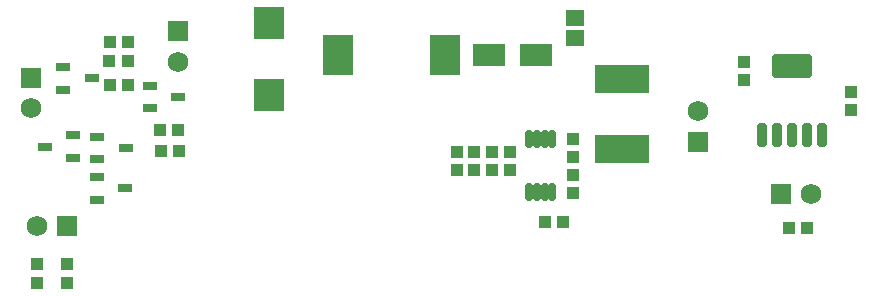
<source format=gts>
G04*
G04 #@! TF.GenerationSoftware,Altium Limited,Altium Designer,19.1.8 (144)*
G04*
G04 Layer_Color=8388736*
%FSLAX42Y42*%
%MOMM*%
G71*
G01*
G75*
G04:AMPARAMS|DCode=26|XSize=3.35mm|YSize=2mm|CornerRadius=0.16mm|HoleSize=0mm|Usage=FLASHONLY|Rotation=180.000|XOffset=0mm|YOffset=0mm|HoleType=Round|Shape=RoundedRectangle|*
%AMROUNDEDRECTD26*
21,1,3.35,1.69,0,0,180.0*
21,1,3.04,2.00,0,0,180.0*
1,1,0.31,-1.52,0.85*
1,1,0.31,1.52,0.85*
1,1,0.31,1.52,-0.85*
1,1,0.31,-1.52,-0.85*
%
%ADD26ROUNDEDRECTD26*%
G04:AMPARAMS|DCode=27|XSize=0.8mm|YSize=2mm|CornerRadius=0.15mm|HoleSize=0mm|Usage=FLASHONLY|Rotation=180.000|XOffset=0mm|YOffset=0mm|HoleType=Round|Shape=RoundedRectangle|*
%AMROUNDEDRECTD27*
21,1,0.80,1.70,0,0,180.0*
21,1,0.50,2.00,0,0,180.0*
1,1,0.31,-0.25,0.85*
1,1,0.31,0.25,0.85*
1,1,0.31,0.25,-0.85*
1,1,0.31,-0.25,-0.85*
%
%ADD27ROUNDEDRECTD27*%
%ADD28R,1.05X1.10*%
%ADD29R,1.10X1.05*%
%ADD30R,2.60X3.50*%
%ADD31R,2.70X1.90*%
%ADD32R,1.60X1.40*%
%ADD33R,4.55X2.35*%
%ADD34O,0.70X1.55*%
%ADD35R,2.65X2.75*%
%ADD36R,1.20X0.80*%
%ADD37R,1.73X1.73*%
%ADD38C,1.73*%
%ADD39R,1.73X1.73*%
D26*
X6735Y2455D02*
D03*
D27*
X6989Y1870D02*
D03*
X6862D02*
D03*
X6735D02*
D03*
X6608D02*
D03*
X6481D02*
D03*
D28*
X6712Y1082D02*
D03*
X6868D02*
D03*
X4647Y1135D02*
D03*
X4803D02*
D03*
X1118Y2662D02*
D03*
X962D02*
D03*
X960Y2502D02*
D03*
X1115D02*
D03*
X1120Y2295D02*
D03*
X965D02*
D03*
X1548Y1735D02*
D03*
X1393D02*
D03*
X1388Y1912D02*
D03*
X1543D02*
D03*
D29*
X6330Y2492D02*
D03*
Y2338D02*
D03*
X7235Y2238D02*
D03*
Y2083D02*
D03*
X4888Y1383D02*
D03*
Y1538D02*
D03*
X4350Y1727D02*
D03*
Y1573D02*
D03*
X4888Y1840D02*
D03*
Y1685D02*
D03*
X4200Y1727D02*
D03*
Y1573D02*
D03*
X4050D02*
D03*
Y1727D02*
D03*
X3900Y1573D02*
D03*
Y1727D02*
D03*
X350Y622D02*
D03*
Y778D02*
D03*
X600Y622D02*
D03*
Y778D02*
D03*
D30*
X3805Y2550D02*
D03*
X2895D02*
D03*
D31*
X4575D02*
D03*
X4175D02*
D03*
D32*
X4900Y2690D02*
D03*
Y2860D02*
D03*
D33*
X5300Y2348D02*
D03*
Y1752D02*
D03*
D34*
X4710Y1835D02*
D03*
X4645D02*
D03*
X4580D02*
D03*
X4515D02*
D03*
X4710Y1390D02*
D03*
X4645D02*
D03*
X4580D02*
D03*
X4515D02*
D03*
D35*
X2315Y2817D02*
D03*
Y2212D02*
D03*
D36*
X1300Y2288D02*
D03*
Y2098D02*
D03*
X1540Y2192D02*
D03*
X857Y1860D02*
D03*
Y1670D02*
D03*
X1098Y1765D02*
D03*
X1093Y1420D02*
D03*
X852Y1325D02*
D03*
Y1515D02*
D03*
X810Y2352D02*
D03*
X570Y2258D02*
D03*
Y2448D02*
D03*
X412Y1775D02*
D03*
X653Y1870D02*
D03*
Y1680D02*
D03*
D37*
X5942Y1817D02*
D03*
X1538Y2750D02*
D03*
X297Y2352D02*
D03*
D38*
X5942Y2072D02*
D03*
X6904Y1377D02*
D03*
X348Y1105D02*
D03*
X1538Y2495D02*
D03*
X297Y2099D02*
D03*
D39*
X6650Y1377D02*
D03*
X602Y1105D02*
D03*
M02*

</source>
